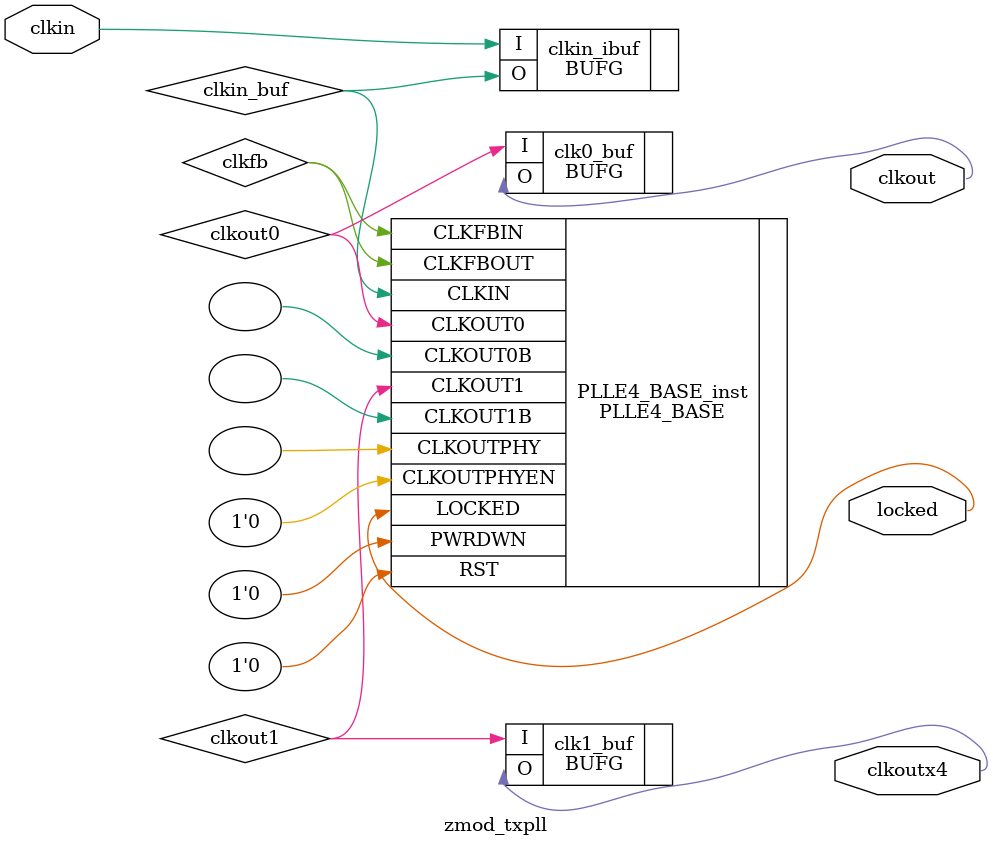
<source format=sv>

module zmod_txpll (
    input         clkin,
    output        clkout,
    output        clkoutx4,
    output        locked
);
    localparam int D = 1;
    localparam int M = 12;
    localparam real R0 = 8.0;
    localparam real R1 = 2.0;

    logic clkin_buf, clkfb, clkout0, clkout1;
    BUFG clkin_ibuf (.O (clkin_buf), .I (clkin));

    PLLE4_BASE #(
        .DIVCLK_DIVIDE(D),          // Master division value
        .CLKFBOUT_MULT(M),          // Multiply value for all CLKOUT
        .CLKFBOUT_PHASE(0.0),       // Phase offset in degrees of CLKFB
        .CLKIN_PERIOD(10.0),        // Input clock period in ns to ps resolution (i.e., 33.333 is 30 MHz).
        .CLKOUT0_DIVIDE(R0),        // Divide amount for CLKOUT0
        .CLKOUT0_DUTY_CYCLE(0.5),   // Duty cycle for CLKOUT0
        .CLKOUT0_PHASE(0.0),        // Phase offset for CLKOUT0
        .CLKOUT1_DIVIDE(R1),        // Divide amount for CLKOUT1
        .CLKOUT1_DUTY_CYCLE(0.5),   // Duty cycle for CLKOUT1
        .CLKOUT1_PHASE(0.0),        // Phase offset for CLKOUT1
        .CLKOUTPHY_MODE("VCO_2X"),  // Frequency of the CLKOUTPHY
        .IS_CLKFBIN_INVERTED(1'b0), // Optional inversion for CLKFBIN
        .IS_CLKIN_INVERTED(1'b0),   // Optional inversion for CLKIN
        .IS_PWRDWN_INVERTED(1'b0),  // Optional inversion for PWRDWN
        .IS_RST_INVERTED(1'b0),     // Optional inversion for RST
        .REF_JITTER(0.0),           // Reference input jitter in UI
        .STARTUP_WAIT("FALSE")      // Delays DONE until PLL is locked
    ) PLLE4_BASE_inst (
        .CLKFBOUT(clkfb),           // 1-bit output: Feedback clock
        .CLKOUT0(clkout0),          // 1-bit output: General Clock output
        .CLKOUT0B(),                // 1-bit output: Inverted CLKOUT0
        .CLKOUT1(clkout1),          // 1-bit output: General Clock output
        .CLKOUT1B(),                // 1-bit output: Inverted CLKOUT1
        .CLKOUTPHY(),               // 1-bit output: Bitslice clock
        .LOCKED(locked),            // 1-bit output: LOCK
        .CLKFBIN(clkfb),            // 1-bit input: Feedback clock
        .CLKIN(clkin_buf),          // 1-bit input: Input clock
        .CLKOUTPHYEN(1'b0),         // 1-bit input: CLKOUTPHY enable
        .PWRDWN(1'b0),              // 1-bit input: Power-down
        .RST(1'b0)                  // 1-bit input: Reset
    );

  BUFG clk0_buf (.O(clkout),   .I(clkout0));
  BUFG clk1_buf (.O(clkoutx4), .I(clkout1));

endmodule



</source>
